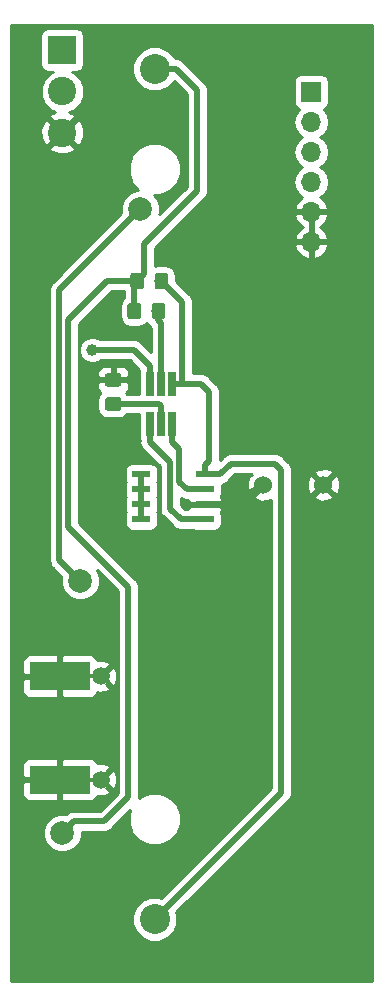
<source format=gbr>
G04 #@! TF.GenerationSoftware,KiCad,Pcbnew,(5.0.0)*
G04 #@! TF.CreationDate,2018-08-01T23:41:19+02:00*
G04 #@! TF.ProjectId,main,6D61696E2E6B696361645F7063620000,rev?*
G04 #@! TF.SameCoordinates,PX5a5a5f0PY7a15e80*
G04 #@! TF.FileFunction,Copper,L2,Bot,Signal*
G04 #@! TF.FilePolarity,Positive*
%FSLAX46Y46*%
G04 Gerber Fmt 4.6, Leading zero omitted, Abs format (unit mm)*
G04 Created by KiCad (PCBNEW (5.0.0)) date 08/01/18 23:41:19*
%MOMM*%
%LPD*%
G01*
G04 APERTURE LIST*
G04 #@! TA.AperFunction,ComponentPad*
%ADD10C,1.524000*%
G04 #@! TD*
G04 #@! TA.AperFunction,Conductor*
%ADD11C,0.100000*%
G04 #@! TD*
G04 #@! TA.AperFunction,SMDPad,CuDef*
%ADD12C,1.150000*%
G04 #@! TD*
G04 #@! TA.AperFunction,ComponentPad*
%ADD13R,1.700000X1.700000*%
G04 #@! TD*
G04 #@! TA.AperFunction,ComponentPad*
%ADD14O,1.700000X1.700000*%
G04 #@! TD*
G04 #@! TA.AperFunction,ComponentPad*
%ADD15C,2.540000*%
G04 #@! TD*
G04 #@! TA.AperFunction,SMDPad,CuDef*
%ADD16R,1.550000X0.600000*%
G04 #@! TD*
G04 #@! TA.AperFunction,SMDPad,CuDef*
%ADD17R,0.650000X2.000000*%
G04 #@! TD*
G04 #@! TA.AperFunction,ComponentPad*
%ADD18R,2.400000X2.400000*%
G04 #@! TD*
G04 #@! TA.AperFunction,ComponentPad*
%ADD19C,2.400000*%
G04 #@! TD*
G04 #@! TA.AperFunction,BGAPad,CuDef*
%ADD20C,1.000000*%
G04 #@! TD*
G04 #@! TA.AperFunction,SMDPad,CuDef*
%ADD21R,5.080000X2.420000*%
G04 #@! TD*
G04 #@! TA.AperFunction,ViaPad*
%ADD22C,1.500000*%
G04 #@! TD*
G04 #@! TA.AperFunction,Conductor*
%ADD23R,0.950000X0.460000*%
G04 #@! TD*
G04 #@! TA.AperFunction,ViaPad*
%ADD24C,2.000000*%
G04 #@! TD*
G04 #@! TA.AperFunction,Conductor*
%ADD25C,0.500000*%
G04 #@! TD*
G04 #@! TA.AperFunction,Conductor*
%ADD26C,0.254000*%
G04 #@! TD*
G04 APERTURE END LIST*
D10*
G04 #@! TO.P,JP2,1*
G04 #@! TO.N,GND*
X22098000Y42672000D03*
G04 #@! TO.P,JP2,2*
X27178000Y42672000D03*
G04 #@! TD*
D11*
G04 #@! TO.N,+BATT*
G04 #@! TO.C,C13*
G36*
X11770505Y60642796D02*
X11794773Y60639196D01*
X11818572Y60633235D01*
X11841671Y60624970D01*
X11863850Y60614480D01*
X11884893Y60601868D01*
X11904599Y60587253D01*
X11922777Y60570777D01*
X11939253Y60552599D01*
X11953868Y60532893D01*
X11966480Y60511850D01*
X11976970Y60489671D01*
X11985235Y60466572D01*
X11991196Y60442773D01*
X11994796Y60418505D01*
X11996000Y60394001D01*
X11996000Y59493999D01*
X11994796Y59469495D01*
X11991196Y59445227D01*
X11985235Y59421428D01*
X11976970Y59398329D01*
X11966480Y59376150D01*
X11953868Y59355107D01*
X11939253Y59335401D01*
X11922777Y59317223D01*
X11904599Y59300747D01*
X11884893Y59286132D01*
X11863850Y59273520D01*
X11841671Y59263030D01*
X11818572Y59254765D01*
X11794773Y59248804D01*
X11770505Y59245204D01*
X11746001Y59244000D01*
X11095999Y59244000D01*
X11071495Y59245204D01*
X11047227Y59248804D01*
X11023428Y59254765D01*
X11000329Y59263030D01*
X10978150Y59273520D01*
X10957107Y59286132D01*
X10937401Y59300747D01*
X10919223Y59317223D01*
X10902747Y59335401D01*
X10888132Y59355107D01*
X10875520Y59376150D01*
X10865030Y59398329D01*
X10856765Y59421428D01*
X10850804Y59445227D01*
X10847204Y59469495D01*
X10846000Y59493999D01*
X10846000Y60394001D01*
X10847204Y60418505D01*
X10850804Y60442773D01*
X10856765Y60466572D01*
X10865030Y60489671D01*
X10875520Y60511850D01*
X10888132Y60532893D01*
X10902747Y60552599D01*
X10919223Y60570777D01*
X10937401Y60587253D01*
X10957107Y60601868D01*
X10978150Y60614480D01*
X11000329Y60624970D01*
X11023428Y60633235D01*
X11047227Y60639196D01*
X11071495Y60642796D01*
X11095999Y60644000D01*
X11746001Y60644000D01*
X11770505Y60642796D01*
X11770505Y60642796D01*
G37*
D12*
G04 #@! TD*
G04 #@! TO.P,C13,1*
G04 #@! TO.N,+BATT*
X11421000Y59944000D03*
D11*
G04 #@! TO.N,Net-(B1-Pad2)*
G04 #@! TO.C,C13*
G36*
X13820505Y60642796D02*
X13844773Y60639196D01*
X13868572Y60633235D01*
X13891671Y60624970D01*
X13913850Y60614480D01*
X13934893Y60601868D01*
X13954599Y60587253D01*
X13972777Y60570777D01*
X13989253Y60552599D01*
X14003868Y60532893D01*
X14016480Y60511850D01*
X14026970Y60489671D01*
X14035235Y60466572D01*
X14041196Y60442773D01*
X14044796Y60418505D01*
X14046000Y60394001D01*
X14046000Y59493999D01*
X14044796Y59469495D01*
X14041196Y59445227D01*
X14035235Y59421428D01*
X14026970Y59398329D01*
X14016480Y59376150D01*
X14003868Y59355107D01*
X13989253Y59335401D01*
X13972777Y59317223D01*
X13954599Y59300747D01*
X13934893Y59286132D01*
X13913850Y59273520D01*
X13891671Y59263030D01*
X13868572Y59254765D01*
X13844773Y59248804D01*
X13820505Y59245204D01*
X13796001Y59244000D01*
X13145999Y59244000D01*
X13121495Y59245204D01*
X13097227Y59248804D01*
X13073428Y59254765D01*
X13050329Y59263030D01*
X13028150Y59273520D01*
X13007107Y59286132D01*
X12987401Y59300747D01*
X12969223Y59317223D01*
X12952747Y59335401D01*
X12938132Y59355107D01*
X12925520Y59376150D01*
X12915030Y59398329D01*
X12906765Y59421428D01*
X12900804Y59445227D01*
X12897204Y59469495D01*
X12896000Y59493999D01*
X12896000Y60394001D01*
X12897204Y60418505D01*
X12900804Y60442773D01*
X12906765Y60466572D01*
X12915030Y60489671D01*
X12925520Y60511850D01*
X12938132Y60532893D01*
X12952747Y60552599D01*
X12969223Y60570777D01*
X12987401Y60587253D01*
X13007107Y60601868D01*
X13028150Y60614480D01*
X13050329Y60624970D01*
X13073428Y60633235D01*
X13097227Y60639196D01*
X13121495Y60642796D01*
X13145999Y60644000D01*
X13796001Y60644000D01*
X13820505Y60642796D01*
X13820505Y60642796D01*
G37*
D12*
G04 #@! TD*
G04 #@! TO.P,C13,2*
G04 #@! TO.N,Net-(B1-Pad2)*
X13471000Y59944000D03*
D13*
G04 #@! TO.P,FTDI1,1*
G04 #@! TO.N,RST*
X26162000Y75946000D03*
D14*
G04 #@! TO.P,FTDI1,2*
G04 #@! TO.N,TX0*
X26162000Y73406000D03*
G04 #@! TO.P,FTDI1,3*
G04 #@! TO.N,RXI*
X26162000Y70866000D03*
G04 #@! TO.P,FTDI1,4*
G04 #@! TO.N,+BATT*
X26162000Y68326000D03*
G04 #@! TO.P,FTDI1,5*
G04 #@! TO.N,GND*
X26162000Y65786000D03*
G04 #@! TO.P,FTDI1,6*
X26162000Y63246000D03*
G04 #@! TD*
D15*
G04 #@! TO.P,B1,1*
G04 #@! TO.N,+BATT*
X12902001Y77902999D03*
G04 #@! TO.P,B1,2*
G04 #@! TO.N,Net-(B1-Pad2)*
X12902001Y5902999D03*
G04 #@! TD*
D16*
G04 #@! TO.P,Q1,1*
G04 #@! TO.N,Net-(B1-Pad2)*
X17178000Y43561000D03*
G04 #@! TO.P,Q1,2*
G04 #@! TO.N,Net-(Q1-Pad2)*
X17178000Y42291000D03*
G04 #@! TO.P,Q1,3*
G04 #@! TO.N,GND*
X17178000Y41021000D03*
G04 #@! TO.P,Q1,4*
G04 #@! TO.N,Net-(Q1-Pad4)*
X17178000Y39751000D03*
G04 #@! TO.P,Q1,5*
G04 #@! TO.N,Net-(Q1-Pad5)*
X11778000Y39751000D03*
G04 #@! TO.P,Q1,6*
X11778000Y41021000D03*
G04 #@! TO.P,Q1,7*
X11778000Y42291000D03*
G04 #@! TO.P,Q1,8*
X11778000Y43561000D03*
G04 #@! TD*
D17*
G04 #@! TO.P,U5,1*
G04 #@! TO.N,Net-(Q1-Pad2)*
X14412000Y47820000D03*
G04 #@! TO.P,U5,2*
G04 #@! TO.N,Net-(R8-Pad1)*
X13462000Y47820000D03*
G04 #@! TO.P,U5,3*
G04 #@! TO.N,Net-(Q1-Pad4)*
X12512000Y47820000D03*
G04 #@! TO.P,U5,4*
G04 #@! TO.N,Net-(TP1-Pad1)*
X12512000Y51240000D03*
G04 #@! TO.P,U5,5*
G04 #@! TO.N,Net-(R7-Pad1)*
X13462000Y51240000D03*
G04 #@! TO.P,U5,6*
G04 #@! TO.N,Net-(B1-Pad2)*
X14412000Y51240000D03*
G04 #@! TD*
D11*
G04 #@! TO.N,+BATT*
G04 #@! TO.C,R7*
G36*
X11525505Y58102796D02*
X11549773Y58099196D01*
X11573572Y58093235D01*
X11596671Y58084970D01*
X11618850Y58074480D01*
X11639893Y58061868D01*
X11659599Y58047253D01*
X11677777Y58030777D01*
X11694253Y58012599D01*
X11708868Y57992893D01*
X11721480Y57971850D01*
X11731970Y57949671D01*
X11740235Y57926572D01*
X11746196Y57902773D01*
X11749796Y57878505D01*
X11751000Y57854001D01*
X11751000Y56953999D01*
X11749796Y56929495D01*
X11746196Y56905227D01*
X11740235Y56881428D01*
X11731970Y56858329D01*
X11721480Y56836150D01*
X11708868Y56815107D01*
X11694253Y56795401D01*
X11677777Y56777223D01*
X11659599Y56760747D01*
X11639893Y56746132D01*
X11618850Y56733520D01*
X11596671Y56723030D01*
X11573572Y56714765D01*
X11549773Y56708804D01*
X11525505Y56705204D01*
X11501001Y56704000D01*
X10850999Y56704000D01*
X10826495Y56705204D01*
X10802227Y56708804D01*
X10778428Y56714765D01*
X10755329Y56723030D01*
X10733150Y56733520D01*
X10712107Y56746132D01*
X10692401Y56760747D01*
X10674223Y56777223D01*
X10657747Y56795401D01*
X10643132Y56815107D01*
X10630520Y56836150D01*
X10620030Y56858329D01*
X10611765Y56881428D01*
X10605804Y56905227D01*
X10602204Y56929495D01*
X10601000Y56953999D01*
X10601000Y57854001D01*
X10602204Y57878505D01*
X10605804Y57902773D01*
X10611765Y57926572D01*
X10620030Y57949671D01*
X10630520Y57971850D01*
X10643132Y57992893D01*
X10657747Y58012599D01*
X10674223Y58030777D01*
X10692401Y58047253D01*
X10712107Y58061868D01*
X10733150Y58074480D01*
X10755329Y58084970D01*
X10778428Y58093235D01*
X10802227Y58099196D01*
X10826495Y58102796D01*
X10850999Y58104000D01*
X11501001Y58104000D01*
X11525505Y58102796D01*
X11525505Y58102796D01*
G37*
D12*
G04 #@! TD*
G04 #@! TO.P,R7,2*
G04 #@! TO.N,+BATT*
X11176000Y57404000D03*
D11*
G04 #@! TO.N,Net-(R7-Pad1)*
G04 #@! TO.C,R7*
G36*
X13575505Y58102796D02*
X13599773Y58099196D01*
X13623572Y58093235D01*
X13646671Y58084970D01*
X13668850Y58074480D01*
X13689893Y58061868D01*
X13709599Y58047253D01*
X13727777Y58030777D01*
X13744253Y58012599D01*
X13758868Y57992893D01*
X13771480Y57971850D01*
X13781970Y57949671D01*
X13790235Y57926572D01*
X13796196Y57902773D01*
X13799796Y57878505D01*
X13801000Y57854001D01*
X13801000Y56953999D01*
X13799796Y56929495D01*
X13796196Y56905227D01*
X13790235Y56881428D01*
X13781970Y56858329D01*
X13771480Y56836150D01*
X13758868Y56815107D01*
X13744253Y56795401D01*
X13727777Y56777223D01*
X13709599Y56760747D01*
X13689893Y56746132D01*
X13668850Y56733520D01*
X13646671Y56723030D01*
X13623572Y56714765D01*
X13599773Y56708804D01*
X13575505Y56705204D01*
X13551001Y56704000D01*
X12900999Y56704000D01*
X12876495Y56705204D01*
X12852227Y56708804D01*
X12828428Y56714765D01*
X12805329Y56723030D01*
X12783150Y56733520D01*
X12762107Y56746132D01*
X12742401Y56760747D01*
X12724223Y56777223D01*
X12707747Y56795401D01*
X12693132Y56815107D01*
X12680520Y56836150D01*
X12670030Y56858329D01*
X12661765Y56881428D01*
X12655804Y56905227D01*
X12652204Y56929495D01*
X12651000Y56953999D01*
X12651000Y57854001D01*
X12652204Y57878505D01*
X12655804Y57902773D01*
X12661765Y57926572D01*
X12670030Y57949671D01*
X12680520Y57971850D01*
X12693132Y57992893D01*
X12707747Y58012599D01*
X12724223Y58030777D01*
X12742401Y58047253D01*
X12762107Y58061868D01*
X12783150Y58074480D01*
X12805329Y58084970D01*
X12828428Y58093235D01*
X12852227Y58099196D01*
X12876495Y58102796D01*
X12900999Y58104000D01*
X13551001Y58104000D01*
X13575505Y58102796D01*
X13575505Y58102796D01*
G37*
D12*
G04 #@! TD*
G04 #@! TO.P,R7,1*
G04 #@! TO.N,Net-(R7-Pad1)*
X13226000Y57404000D03*
D11*
G04 #@! TO.N,Net-(R8-Pad1)*
G04 #@! TO.C,R8*
G36*
X9872505Y50094796D02*
X9896773Y50091196D01*
X9920572Y50085235D01*
X9943671Y50076970D01*
X9965850Y50066480D01*
X9986893Y50053868D01*
X10006599Y50039253D01*
X10024777Y50022777D01*
X10041253Y50004599D01*
X10055868Y49984893D01*
X10068480Y49963850D01*
X10078970Y49941671D01*
X10087235Y49918572D01*
X10093196Y49894773D01*
X10096796Y49870505D01*
X10098000Y49846001D01*
X10098000Y49195999D01*
X10096796Y49171495D01*
X10093196Y49147227D01*
X10087235Y49123428D01*
X10078970Y49100329D01*
X10068480Y49078150D01*
X10055868Y49057107D01*
X10041253Y49037401D01*
X10024777Y49019223D01*
X10006599Y49002747D01*
X9986893Y48988132D01*
X9965850Y48975520D01*
X9943671Y48965030D01*
X9920572Y48956765D01*
X9896773Y48950804D01*
X9872505Y48947204D01*
X9848001Y48946000D01*
X8947999Y48946000D01*
X8923495Y48947204D01*
X8899227Y48950804D01*
X8875428Y48956765D01*
X8852329Y48965030D01*
X8830150Y48975520D01*
X8809107Y48988132D01*
X8789401Y49002747D01*
X8771223Y49019223D01*
X8754747Y49037401D01*
X8740132Y49057107D01*
X8727520Y49078150D01*
X8717030Y49100329D01*
X8708765Y49123428D01*
X8702804Y49147227D01*
X8699204Y49171495D01*
X8698000Y49195999D01*
X8698000Y49846001D01*
X8699204Y49870505D01*
X8702804Y49894773D01*
X8708765Y49918572D01*
X8717030Y49941671D01*
X8727520Y49963850D01*
X8740132Y49984893D01*
X8754747Y50004599D01*
X8771223Y50022777D01*
X8789401Y50039253D01*
X8809107Y50053868D01*
X8830150Y50066480D01*
X8852329Y50076970D01*
X8875428Y50085235D01*
X8899227Y50091196D01*
X8923495Y50094796D01*
X8947999Y50096000D01*
X9848001Y50096000D01*
X9872505Y50094796D01*
X9872505Y50094796D01*
G37*
D12*
G04 #@! TD*
G04 #@! TO.P,R8,1*
G04 #@! TO.N,Net-(R8-Pad1)*
X9398000Y49521000D03*
D11*
G04 #@! TO.N,GND*
G04 #@! TO.C,R8*
G36*
X9872505Y52144796D02*
X9896773Y52141196D01*
X9920572Y52135235D01*
X9943671Y52126970D01*
X9965850Y52116480D01*
X9986893Y52103868D01*
X10006599Y52089253D01*
X10024777Y52072777D01*
X10041253Y52054599D01*
X10055868Y52034893D01*
X10068480Y52013850D01*
X10078970Y51991671D01*
X10087235Y51968572D01*
X10093196Y51944773D01*
X10096796Y51920505D01*
X10098000Y51896001D01*
X10098000Y51245999D01*
X10096796Y51221495D01*
X10093196Y51197227D01*
X10087235Y51173428D01*
X10078970Y51150329D01*
X10068480Y51128150D01*
X10055868Y51107107D01*
X10041253Y51087401D01*
X10024777Y51069223D01*
X10006599Y51052747D01*
X9986893Y51038132D01*
X9965850Y51025520D01*
X9943671Y51015030D01*
X9920572Y51006765D01*
X9896773Y51000804D01*
X9872505Y50997204D01*
X9848001Y50996000D01*
X8947999Y50996000D01*
X8923495Y50997204D01*
X8899227Y51000804D01*
X8875428Y51006765D01*
X8852329Y51015030D01*
X8830150Y51025520D01*
X8809107Y51038132D01*
X8789401Y51052747D01*
X8771223Y51069223D01*
X8754747Y51087401D01*
X8740132Y51107107D01*
X8727520Y51128150D01*
X8717030Y51150329D01*
X8708765Y51173428D01*
X8702804Y51197227D01*
X8699204Y51221495D01*
X8698000Y51245999D01*
X8698000Y51896001D01*
X8699204Y51920505D01*
X8702804Y51944773D01*
X8708765Y51968572D01*
X8717030Y51991671D01*
X8727520Y52013850D01*
X8740132Y52034893D01*
X8754747Y52054599D01*
X8771223Y52072777D01*
X8789401Y52089253D01*
X8809107Y52103868D01*
X8830150Y52116480D01*
X8852329Y52126970D01*
X8875428Y52135235D01*
X8899227Y52141196D01*
X8923495Y52144796D01*
X8947999Y52146000D01*
X9848001Y52146000D01*
X9872505Y52144796D01*
X9872505Y52144796D01*
G37*
D12*
G04 #@! TD*
G04 #@! TO.P,R8,2*
G04 #@! TO.N,GND*
X9398000Y51571000D03*
D18*
G04 #@! TO.P,J1,1*
G04 #@! TO.N,+BATT*
X5080000Y79502000D03*
D19*
G04 #@! TO.P,J1,2*
G04 #@! TO.N,Net-(J1-Pad2)*
X5080000Y76002000D03*
G04 #@! TO.P,J1,3*
G04 #@! TO.N,GND*
X5080000Y72502000D03*
G04 #@! TD*
D20*
G04 #@! TO.P,TP1,1*
G04 #@! TO.N,Net-(TP1-Pad1)*
X7620000Y54102000D03*
G04 #@! TD*
D21*
G04 #@! TO.P,J2,2*
G04 #@! TO.N,GND*
X4884000Y26478000D03*
X4884000Y17718000D03*
D22*
G04 #@! TD*
G04 #@! TO.N,GND*
G04 #@! TO.C,J2*
X8324000Y26478000D03*
G04 #@! TO.N,GND*
G04 #@! TO.C,J2*
X8324000Y17718000D03*
D23*
X7874000Y26478000D03*
X7874000Y17718000D03*
G04 #@! TD*
D24*
G04 #@! TO.N,+BATT*
X5080000Y13208000D03*
G04 #@! TO.N,GND*
X5842000Y69342000D03*
G04 #@! TO.N,LoRa_INT*
X11684000Y66040000D03*
X6604000Y34544000D03*
G04 #@! TD*
D25*
G04 #@! TO.N,+BATT*
X11176000Y60189000D02*
X11167000Y60198000D01*
X11176000Y57404000D02*
X11176000Y60189000D01*
G04 #@! TO.N,Net-(B1-Pad2)*
X17178000Y44361000D02*
X17526000Y44709000D01*
X17178000Y43561000D02*
X17178000Y44361000D01*
X17526000Y50546000D02*
X16832000Y51240000D01*
X16832000Y51240000D02*
X15240000Y51240000D01*
X15240000Y51240000D02*
X14412000Y51240000D01*
G04 #@! TO.N,+BATT*
X12044372Y63107372D02*
X16501000Y67564000D01*
X12044372Y60567372D02*
X12044372Y63107372D01*
X11421000Y59944000D02*
X12044372Y60567372D01*
X16501000Y76100051D02*
X16501000Y67564000D01*
X14698052Y77902999D02*
X16501000Y76100051D01*
X12902001Y77902999D02*
X14698052Y77902999D01*
X5588000Y39116000D02*
X5588000Y56642000D01*
X8890000Y59944000D02*
X11421000Y59944000D01*
X5588000Y56642000D02*
X8890000Y59944000D01*
X5080000Y13208000D02*
X6079999Y14207999D01*
X6079999Y14207999D02*
X8619999Y14207999D01*
X8619999Y14207999D02*
X10668000Y16256000D01*
X10668000Y16256000D02*
X10668000Y34036000D01*
X10668000Y34036000D02*
X5588000Y39116000D01*
G04 #@! TO.N,Net-(B1-Pad2)*
X17526000Y44709000D02*
X17526000Y45212000D01*
X17526000Y45212000D02*
X17526000Y50546000D01*
X15240000Y58175000D02*
X15240000Y51240000D01*
X13471000Y59944000D02*
X15240000Y58175000D01*
X17653000Y43561000D02*
X17178000Y43561000D01*
X18453000Y43561000D02*
X19342000Y44450000D01*
X17178000Y43561000D02*
X18453000Y43561000D01*
X19342000Y44450000D02*
X23114000Y44450000D01*
X23114000Y44450000D02*
X23622000Y43942000D01*
X23622000Y16622998D02*
X21985002Y14986000D01*
X23622000Y43942000D02*
X23622000Y16622998D01*
X12902001Y5902999D02*
X21985002Y14986000D01*
X21985002Y14986000D02*
X22324002Y15325000D01*
G04 #@! TO.N,GND*
X17178000Y41021000D02*
X18453000Y41021000D01*
X18453000Y41021000D02*
X18542000Y40932000D01*
X19457514Y41021000D02*
X18453000Y41021000D01*
X19631926Y41195412D02*
X19457514Y41021000D01*
X22098000Y42672000D02*
X19631926Y41195412D01*
G04 #@! TO.N,Net-(R7-Pad1)*
X13462000Y52740000D02*
X13462000Y51240000D01*
X13462000Y56368000D02*
X13462000Y52740000D01*
X13226000Y56604000D02*
X13462000Y56368000D01*
X13226000Y57404000D02*
X13226000Y56604000D01*
G04 #@! TO.N,Net-(R8-Pad1)*
X10198000Y49521000D02*
X9398000Y49521000D01*
X13261000Y49521000D02*
X10198000Y49521000D01*
X13462000Y49320000D02*
X13261000Y49521000D01*
X13462000Y47820000D02*
X13462000Y49320000D01*
G04 #@! TO.N,LoRa_INT*
X4837989Y36310011D02*
X5604001Y35543999D01*
X5604001Y35543999D02*
X6604000Y34544000D01*
X4837989Y59193989D02*
X4837989Y36310011D01*
X11684000Y66040000D02*
X4837989Y59193989D01*
G04 #@! TO.N,Net-(TP1-Pad1)*
X12512000Y52740000D02*
X11150000Y54102000D01*
X12512000Y51240000D02*
X12512000Y52740000D01*
X11150000Y54102000D02*
X9652000Y54102000D01*
X9652000Y54102000D02*
X7620000Y54102000D01*
G04 #@! TO.N,Net-(Q1-Pad2)*
X14412000Y46320000D02*
X14986000Y45746000D01*
X14412000Y47820000D02*
X14412000Y46320000D01*
X14986000Y45746000D02*
X14986000Y42926000D01*
X15621000Y42291000D02*
X17178000Y42291000D01*
X14986000Y42926000D02*
X15621000Y42291000D01*
G04 #@! TO.N,Net-(Q1-Pad4)*
X12512000Y46320000D02*
X14224000Y44608000D01*
X12512000Y47820000D02*
X12512000Y46320000D01*
X14224000Y44608000D02*
X14224000Y40640000D01*
X15113000Y39751000D02*
X17178000Y39751000D01*
X14224000Y40640000D02*
X15113000Y39751000D01*
G04 #@! TO.N,Net-(Q1-Pad5)*
X11778000Y39751000D02*
X11778000Y41021000D01*
X11778000Y42291000D02*
X11778000Y41021000D01*
X11778000Y42291000D02*
X11778000Y43561000D01*
G04 #@! TD*
D26*
G04 #@! TO.N,GND*
G36*
X31294001Y710000D02*
X710000Y710000D01*
X710000Y13533222D01*
X3445000Y13533222D01*
X3445000Y12882778D01*
X3693914Y12281847D01*
X4153847Y11821914D01*
X4754778Y11573000D01*
X5405222Y11573000D01*
X6006153Y11821914D01*
X6466086Y12281847D01*
X6715000Y12882778D01*
X6715000Y13322999D01*
X8532838Y13322999D01*
X8619999Y13305662D01*
X8707160Y13322999D01*
X8707164Y13322999D01*
X8965309Y13374347D01*
X9258048Y13569950D01*
X9307424Y13643846D01*
X10823401Y15159822D01*
X10692001Y14842595D01*
X10692001Y13963403D01*
X11028454Y13151135D01*
X11650137Y12529452D01*
X12462405Y12192999D01*
X13341597Y12192999D01*
X14153865Y12529452D01*
X14775548Y13151135D01*
X15112001Y13963403D01*
X15112001Y14842595D01*
X14775548Y15654863D01*
X14153865Y16276546D01*
X13341597Y16612999D01*
X12462405Y16612999D01*
X11650137Y16276546D01*
X11555624Y16182033D01*
X11570337Y16256000D01*
X11553000Y16343161D01*
X11553000Y33948839D01*
X11570337Y34036000D01*
X11553000Y34123161D01*
X11553000Y34123165D01*
X11501652Y34381310D01*
X11306049Y34674049D01*
X11232156Y34723423D01*
X6473000Y39482578D01*
X6473000Y43861000D01*
X10355560Y43861000D01*
X10355560Y43261000D01*
X10404843Y43013235D01*
X10463132Y42926000D01*
X10404843Y42838765D01*
X10355560Y42591000D01*
X10355560Y41991000D01*
X10404843Y41743235D01*
X10463132Y41656000D01*
X10404843Y41568765D01*
X10355560Y41321000D01*
X10355560Y40721000D01*
X10404843Y40473235D01*
X10463132Y40386000D01*
X10404843Y40298765D01*
X10355560Y40051000D01*
X10355560Y39451000D01*
X10404843Y39203235D01*
X10545191Y38993191D01*
X10755235Y38852843D01*
X11003000Y38803560D01*
X12553000Y38803560D01*
X12800765Y38852843D01*
X13010809Y38993191D01*
X13151157Y39203235D01*
X13200440Y39451000D01*
X13200440Y40051000D01*
X13151157Y40298765D01*
X13092868Y40386000D01*
X13151157Y40473235D01*
X13200440Y40721000D01*
X13200440Y41321000D01*
X13151157Y41568765D01*
X13092868Y41656000D01*
X13151157Y41743235D01*
X13200440Y41991000D01*
X13200440Y42591000D01*
X13151157Y42838765D01*
X13092868Y42926000D01*
X13151157Y43013235D01*
X13200440Y43261000D01*
X13200440Y43861000D01*
X13151157Y44108765D01*
X13010809Y44318809D01*
X12800765Y44459157D01*
X12553000Y44508440D01*
X11003000Y44508440D01*
X10755235Y44459157D01*
X10545191Y44318809D01*
X10404843Y44108765D01*
X10355560Y43861000D01*
X6473000Y43861000D01*
X6473000Y52272309D01*
X8063000Y52272309D01*
X8063000Y51856750D01*
X8221750Y51698000D01*
X9271000Y51698000D01*
X9271000Y52622250D01*
X9525000Y52622250D01*
X9525000Y51698000D01*
X10574250Y51698000D01*
X10733000Y51856750D01*
X10733000Y52272309D01*
X10636327Y52505698D01*
X10457699Y52684327D01*
X10224310Y52781000D01*
X9683750Y52781000D01*
X9525000Y52622250D01*
X9271000Y52622250D01*
X9112250Y52781000D01*
X8571690Y52781000D01*
X8338301Y52684327D01*
X8159673Y52505698D01*
X8063000Y52272309D01*
X6473000Y52272309D01*
X6473000Y56275422D01*
X9256579Y59059000D01*
X10291001Y59059000D01*
X10291000Y58538423D01*
X10216414Y58488586D01*
X10021873Y58197436D01*
X9953560Y57854001D01*
X9953560Y56953999D01*
X10021873Y56610564D01*
X10216414Y56319414D01*
X10507564Y56124873D01*
X10850999Y56056560D01*
X11501001Y56056560D01*
X11844436Y56124873D01*
X12135586Y56319414D01*
X12201000Y56417313D01*
X12266414Y56319414D01*
X12420623Y56216374D01*
X12538576Y56039846D01*
X12538578Y56039844D01*
X12577000Y55982342D01*
X12577001Y53926578D01*
X11837425Y54666153D01*
X11788049Y54740049D01*
X11495310Y54935652D01*
X11237165Y54987000D01*
X11237161Y54987000D01*
X11150000Y55004337D01*
X11062839Y54987000D01*
X8340133Y54987000D01*
X8262926Y55064207D01*
X7845766Y55237000D01*
X7394234Y55237000D01*
X6977074Y55064207D01*
X6657793Y54744926D01*
X6485000Y54327766D01*
X6485000Y53876234D01*
X6657793Y53459074D01*
X6977074Y53139793D01*
X7394234Y52967000D01*
X7845766Y52967000D01*
X8262926Y53139793D01*
X8340133Y53217000D01*
X10783422Y53217000D01*
X11576203Y52424218D01*
X11539560Y52240000D01*
X11539560Y50406000D01*
X10532423Y50406000D01*
X10482586Y50480586D01*
X10481403Y50481377D01*
X10636327Y50636302D01*
X10733000Y50869691D01*
X10733000Y51285250D01*
X10574250Y51444000D01*
X9525000Y51444000D01*
X9525000Y51424000D01*
X9271000Y51424000D01*
X9271000Y51444000D01*
X8221750Y51444000D01*
X8063000Y51285250D01*
X8063000Y50869691D01*
X8159673Y50636302D01*
X8314597Y50481377D01*
X8313414Y50480586D01*
X8118873Y50189436D01*
X8050560Y49846001D01*
X8050560Y49195999D01*
X8118873Y48852564D01*
X8313414Y48561414D01*
X8604564Y48366873D01*
X8947999Y48298560D01*
X9848001Y48298560D01*
X10191436Y48366873D01*
X10482586Y48561414D01*
X10532423Y48636000D01*
X11539560Y48636000D01*
X11539560Y46820000D01*
X11588843Y46572235D01*
X11627001Y46515128D01*
X11627001Y46407165D01*
X11609663Y46320000D01*
X11678348Y45974691D01*
X11824576Y45755846D01*
X11824578Y45755844D01*
X11873952Y45681951D01*
X11947845Y45632577D01*
X13339000Y44241421D01*
X13339001Y40727165D01*
X13321663Y40640000D01*
X13390348Y40294691D01*
X13536576Y40075846D01*
X13536578Y40075844D01*
X13585952Y40001951D01*
X13659845Y39952577D01*
X14425577Y39186844D01*
X14474951Y39112951D01*
X14548844Y39063577D01*
X14548845Y39063576D01*
X14767690Y38917348D01*
X15025835Y38866000D01*
X15025839Y38866000D01*
X15113000Y38848663D01*
X15200161Y38866000D01*
X16135544Y38866000D01*
X16155235Y38852843D01*
X16403000Y38803560D01*
X17953000Y38803560D01*
X18200765Y38852843D01*
X18410809Y38993191D01*
X18551157Y39203235D01*
X18600440Y39451000D01*
X18600440Y40051000D01*
X18551157Y40298765D01*
X18498232Y40377972D01*
X18588000Y40594690D01*
X18588000Y40735250D01*
X18429250Y40894000D01*
X17305000Y40894000D01*
X17305000Y40874000D01*
X17051000Y40874000D01*
X17051000Y40894000D01*
X15926750Y40894000D01*
X15768000Y40735250D01*
X15768000Y40636000D01*
X15479579Y40636000D01*
X15109000Y41006578D01*
X15109000Y41568727D01*
X15251289Y41473652D01*
X15275690Y41457348D01*
X15533835Y41406000D01*
X15533839Y41406000D01*
X15621000Y41388663D01*
X15708161Y41406000D01*
X15768000Y41406000D01*
X15768000Y41306750D01*
X15926750Y41148000D01*
X17051000Y41148000D01*
X17051000Y41168000D01*
X17305000Y41168000D01*
X17305000Y41148000D01*
X18429250Y41148000D01*
X18588000Y41306750D01*
X18588000Y41447310D01*
X18498232Y41664028D01*
X18551157Y41743235D01*
X18600440Y41991000D01*
X18600440Y42591000D01*
X18581882Y42684298D01*
X18798310Y42727348D01*
X19091049Y42922951D01*
X19140425Y42996847D01*
X19708579Y43565000D01*
X21025392Y43565000D01*
X21117785Y43472607D01*
X20875603Y43403143D01*
X20688856Y42879698D01*
X20716638Y42324632D01*
X20875603Y41940857D01*
X21117787Y41871392D01*
X21918395Y42672000D01*
X21904253Y42686142D01*
X22083858Y42865747D01*
X22098000Y42851605D01*
X22112143Y42865747D01*
X22291748Y42686142D01*
X22277605Y42672000D01*
X22291748Y42657857D01*
X22112143Y42478252D01*
X22098000Y42492395D01*
X21297392Y41691787D01*
X21366857Y41449603D01*
X21890302Y41262856D01*
X22445368Y41290638D01*
X22737000Y41411436D01*
X22737001Y16989578D01*
X21420850Y15673426D01*
X21420847Y15673424D01*
X13475025Y7727602D01*
X13280929Y7807999D01*
X12523073Y7807999D01*
X11822905Y7517980D01*
X11287020Y6982095D01*
X10997001Y6281927D01*
X10997001Y5524071D01*
X11287020Y4823903D01*
X11822905Y4288018D01*
X12523073Y3997999D01*
X13280929Y3997999D01*
X13981097Y4288018D01*
X14516982Y4823903D01*
X14807001Y5524071D01*
X14807001Y6281927D01*
X14726604Y6476023D01*
X22672426Y14421845D01*
X22672428Y14421848D01*
X23011426Y14760846D01*
X24186156Y15935575D01*
X24260049Y15984949D01*
X24382919Y16168835D01*
X24455652Y16277688D01*
X24500974Y16505540D01*
X24507000Y16535833D01*
X24507000Y16535837D01*
X24524337Y16622998D01*
X24507000Y16710159D01*
X24507000Y41691787D01*
X26377392Y41691787D01*
X26446857Y41449603D01*
X26970302Y41262856D01*
X27525368Y41290638D01*
X27909143Y41449603D01*
X27978608Y41691787D01*
X27178000Y42492395D01*
X26377392Y41691787D01*
X24507000Y41691787D01*
X24507000Y42879698D01*
X25768856Y42879698D01*
X25796638Y42324632D01*
X25955603Y41940857D01*
X26197787Y41871392D01*
X26998395Y42672000D01*
X27357605Y42672000D01*
X28158213Y41871392D01*
X28400397Y41940857D01*
X28587144Y42464302D01*
X28559362Y43019368D01*
X28400397Y43403143D01*
X28158213Y43472608D01*
X27357605Y42672000D01*
X26998395Y42672000D01*
X26197787Y43472608D01*
X25955603Y43403143D01*
X25768856Y42879698D01*
X24507000Y42879698D01*
X24507000Y43652213D01*
X26377392Y43652213D01*
X27178000Y42851605D01*
X27978608Y43652213D01*
X27909143Y43894397D01*
X27385698Y44081144D01*
X26830632Y44053362D01*
X26446857Y43894397D01*
X26377392Y43652213D01*
X24507000Y43652213D01*
X24507000Y43854841D01*
X24524337Y43942001D01*
X24507000Y44029161D01*
X24507000Y44029165D01*
X24455652Y44287310D01*
X24260049Y44580049D01*
X24186154Y44629424D01*
X23801425Y45014153D01*
X23752049Y45088049D01*
X23459310Y45283652D01*
X23201165Y45335000D01*
X23201161Y45335000D01*
X23114000Y45352337D01*
X23026839Y45335000D01*
X19429161Y45335000D01*
X19342000Y45352337D01*
X19254839Y45335000D01*
X19254835Y45335000D01*
X18996690Y45283652D01*
X18777845Y45137424D01*
X18777844Y45137423D01*
X18703951Y45088049D01*
X18654577Y45014156D01*
X18415244Y44774823D01*
X18411000Y44796159D01*
X18411000Y50458841D01*
X18428337Y50546001D01*
X18411000Y50633161D01*
X18411000Y50633165D01*
X18359652Y50891310D01*
X18164049Y51184049D01*
X18090156Y51233423D01*
X17519425Y51804153D01*
X17470049Y51878049D01*
X17177310Y52073652D01*
X16919165Y52125000D01*
X16919161Y52125000D01*
X16832000Y52142337D01*
X16744839Y52125000D01*
X16125000Y52125000D01*
X16125000Y58087839D01*
X16142337Y58175000D01*
X16125000Y58262161D01*
X16125000Y58262165D01*
X16073652Y58520310D01*
X15878049Y58813049D01*
X15804156Y58862423D01*
X14693440Y59973138D01*
X14693440Y60394001D01*
X14625127Y60737436D01*
X14430586Y61028586D01*
X14139436Y61223127D01*
X13796001Y61291440D01*
X13145999Y61291440D01*
X12929372Y61248351D01*
X12929372Y62740794D01*
X13077688Y62889110D01*
X24720524Y62889110D01*
X24890355Y62479076D01*
X25280642Y62050817D01*
X25805108Y61804514D01*
X26035000Y61925181D01*
X26035000Y63119000D01*
X26289000Y63119000D01*
X26289000Y61925181D01*
X26518892Y61804514D01*
X27043358Y62050817D01*
X27433645Y62479076D01*
X27603476Y62889110D01*
X27482155Y63119000D01*
X26289000Y63119000D01*
X26035000Y63119000D01*
X24841845Y63119000D01*
X24720524Y62889110D01*
X13077688Y62889110D01*
X15617688Y65429110D01*
X24720524Y65429110D01*
X24890355Y65019076D01*
X25280642Y64590817D01*
X25439954Y64516000D01*
X25280642Y64441183D01*
X24890355Y64012924D01*
X24720524Y63602890D01*
X24841845Y63373000D01*
X26035000Y63373000D01*
X26035000Y65659000D01*
X26289000Y65659000D01*
X26289000Y63373000D01*
X27482155Y63373000D01*
X27603476Y63602890D01*
X27433645Y64012924D01*
X27043358Y64441183D01*
X26884046Y64516000D01*
X27043358Y64590817D01*
X27433645Y65019076D01*
X27603476Y65429110D01*
X27482155Y65659000D01*
X26289000Y65659000D01*
X26035000Y65659000D01*
X24841845Y65659000D01*
X24720524Y65429110D01*
X15617688Y65429110D01*
X17065156Y66876577D01*
X17139049Y66925951D01*
X17334652Y67218690D01*
X17386000Y67476835D01*
X17386000Y67476839D01*
X17403337Y67564000D01*
X17386000Y67651161D01*
X17386000Y73406000D01*
X24647908Y73406000D01*
X24763161Y72826582D01*
X25091375Y72335375D01*
X25389761Y72136000D01*
X25091375Y71936625D01*
X24763161Y71445418D01*
X24647908Y70866000D01*
X24763161Y70286582D01*
X25091375Y69795375D01*
X25389761Y69596000D01*
X25091375Y69396625D01*
X24763161Y68905418D01*
X24647908Y68326000D01*
X24763161Y67746582D01*
X25091375Y67255375D01*
X25410478Y67042157D01*
X25280642Y66981183D01*
X24890355Y66552924D01*
X24720524Y66142890D01*
X24841845Y65913000D01*
X26035000Y65913000D01*
X26035000Y65933000D01*
X26289000Y65933000D01*
X26289000Y65913000D01*
X27482155Y65913000D01*
X27603476Y66142890D01*
X27433645Y66552924D01*
X27043358Y66981183D01*
X26913522Y67042157D01*
X27232625Y67255375D01*
X27560839Y67746582D01*
X27676092Y68326000D01*
X27560839Y68905418D01*
X27232625Y69396625D01*
X26934239Y69596000D01*
X27232625Y69795375D01*
X27560839Y70286582D01*
X27676092Y70866000D01*
X27560839Y71445418D01*
X27232625Y71936625D01*
X26934239Y72136000D01*
X27232625Y72335375D01*
X27560839Y72826582D01*
X27676092Y73406000D01*
X27560839Y73985418D01*
X27232625Y74476625D01*
X27214381Y74488816D01*
X27259765Y74497843D01*
X27469809Y74638191D01*
X27610157Y74848235D01*
X27659440Y75096000D01*
X27659440Y76796000D01*
X27610157Y77043765D01*
X27469809Y77253809D01*
X27259765Y77394157D01*
X27012000Y77443440D01*
X25312000Y77443440D01*
X25064235Y77394157D01*
X24854191Y77253809D01*
X24713843Y77043765D01*
X24664560Y76796000D01*
X24664560Y75096000D01*
X24713843Y74848235D01*
X24854191Y74638191D01*
X25064235Y74497843D01*
X25109619Y74488816D01*
X25091375Y74476625D01*
X24763161Y73985418D01*
X24647908Y73406000D01*
X17386000Y73406000D01*
X17386000Y76012890D01*
X17403337Y76100051D01*
X17386000Y76187212D01*
X17386000Y76187216D01*
X17334652Y76445361D01*
X17139049Y76738100D01*
X17065156Y76787474D01*
X15385477Y78467152D01*
X15336101Y78541048D01*
X15043362Y78736651D01*
X14785217Y78787999D01*
X14785213Y78787999D01*
X14698052Y78805336D01*
X14610891Y78787999D01*
X14597379Y78787999D01*
X14516982Y78982095D01*
X13981097Y79517980D01*
X13280929Y79807999D01*
X12523073Y79807999D01*
X11822905Y79517980D01*
X11287020Y78982095D01*
X10997001Y78281927D01*
X10997001Y77524071D01*
X11287020Y76823903D01*
X11822905Y76288018D01*
X12523073Y75997999D01*
X13280929Y75997999D01*
X13981097Y76288018D01*
X14516982Y76823903D01*
X14519497Y76829975D01*
X15616000Y75733472D01*
X15616001Y67930580D01*
X13261583Y65576162D01*
X13319000Y65714778D01*
X13319000Y66365222D01*
X13070086Y66966153D01*
X12843240Y67192999D01*
X13341597Y67192999D01*
X14153865Y67529452D01*
X14775548Y68151135D01*
X15112001Y68963403D01*
X15112001Y69842595D01*
X14775548Y70654863D01*
X14153865Y71276546D01*
X13341597Y71612999D01*
X12462405Y71612999D01*
X11650137Y71276546D01*
X11028454Y70654863D01*
X10692001Y69842595D01*
X10692001Y68963403D01*
X11028454Y68151135D01*
X11504589Y67675000D01*
X11358778Y67675000D01*
X10757847Y67426086D01*
X10297914Y66966153D01*
X10049000Y66365222D01*
X10049000Y65714778D01*
X10066046Y65673625D01*
X4273836Y59881414D01*
X4199940Y59832038D01*
X4004337Y59539298D01*
X3952989Y59281153D01*
X3952989Y59281150D01*
X3935652Y59193989D01*
X3952989Y59106828D01*
X3952990Y36397177D01*
X3935652Y36310011D01*
X4004337Y35964702D01*
X4150565Y35745857D01*
X4150567Y35745855D01*
X4199941Y35671962D01*
X4273834Y35622588D01*
X4986046Y34910375D01*
X4969000Y34869222D01*
X4969000Y34218778D01*
X5217914Y33617847D01*
X5677847Y33157914D01*
X6278778Y32909000D01*
X6929222Y32909000D01*
X7530153Y33157914D01*
X7990086Y33617847D01*
X8239000Y34218778D01*
X8239000Y34869222D01*
X7995614Y35456808D01*
X9783001Y33669420D01*
X9783000Y16622579D01*
X8253421Y15092999D01*
X6167158Y15092999D01*
X6079998Y15110336D01*
X5992838Y15092999D01*
X5992834Y15092999D01*
X5734689Y15041651D01*
X5734687Y15041650D01*
X5734688Y15041650D01*
X5515844Y14895423D01*
X5515843Y14895422D01*
X5441950Y14846048D01*
X5432393Y14831745D01*
X5405222Y14843000D01*
X4754778Y14843000D01*
X4153847Y14594086D01*
X3693914Y14134153D01*
X3445000Y13533222D01*
X710000Y13533222D01*
X710000Y17432250D01*
X1709000Y17432250D01*
X1709000Y16381690D01*
X1805673Y16148301D01*
X1984302Y15969673D01*
X2217691Y15873000D01*
X4598250Y15873000D01*
X4757000Y16031750D01*
X4757000Y17591000D01*
X1867750Y17591000D01*
X1709000Y17432250D01*
X710000Y17432250D01*
X710000Y19054310D01*
X1709000Y19054310D01*
X1709000Y18003750D01*
X1867750Y17845000D01*
X4757000Y17845000D01*
X4757000Y19404250D01*
X5011000Y19404250D01*
X5011000Y17845000D01*
X5031000Y17845000D01*
X5031000Y17591000D01*
X5011000Y17591000D01*
X5011000Y16031750D01*
X5169750Y15873000D01*
X7550309Y15873000D01*
X7783698Y15969673D01*
X7962327Y16148301D01*
X8044749Y16347285D01*
X8119171Y16320799D01*
X8669448Y16348770D01*
X9047923Y16505540D01*
X9115912Y16746483D01*
X8810710Y17051685D01*
X8887327Y17128301D01*
X8947656Y17273949D01*
X9295517Y16926088D01*
X9536460Y16994077D01*
X9721201Y17513171D01*
X9693230Y18063448D01*
X9536460Y18441923D01*
X9295517Y18509912D01*
X8947656Y18162051D01*
X8887327Y18307699D01*
X8810710Y18384315D01*
X9115912Y18689517D01*
X9047923Y18930460D01*
X8528829Y19115201D01*
X8043986Y19090556D01*
X7962327Y19287699D01*
X7783698Y19466327D01*
X7550309Y19563000D01*
X5169750Y19563000D01*
X5011000Y19404250D01*
X4757000Y19404250D01*
X4598250Y19563000D01*
X2217691Y19563000D01*
X1984302Y19466327D01*
X1805673Y19287699D01*
X1709000Y19054310D01*
X710000Y19054310D01*
X710000Y26192250D01*
X1709000Y26192250D01*
X1709000Y25141690D01*
X1805673Y24908301D01*
X1984302Y24729673D01*
X2217691Y24633000D01*
X4598250Y24633000D01*
X4757000Y24791750D01*
X4757000Y26351000D01*
X1867750Y26351000D01*
X1709000Y26192250D01*
X710000Y26192250D01*
X710000Y27814310D01*
X1709000Y27814310D01*
X1709000Y26763750D01*
X1867750Y26605000D01*
X4757000Y26605000D01*
X4757000Y28164250D01*
X5011000Y28164250D01*
X5011000Y26605000D01*
X5031000Y26605000D01*
X5031000Y26351000D01*
X5011000Y26351000D01*
X5011000Y24791750D01*
X5169750Y24633000D01*
X7550309Y24633000D01*
X7783698Y24729673D01*
X7962327Y24908301D01*
X8044749Y25107285D01*
X8119171Y25080799D01*
X8669448Y25108770D01*
X9047923Y25265540D01*
X9115912Y25506483D01*
X8810710Y25811685D01*
X8887327Y25888301D01*
X8947656Y26033949D01*
X9295517Y25686088D01*
X9536460Y25754077D01*
X9721201Y26273171D01*
X9693230Y26823448D01*
X9536460Y27201923D01*
X9295517Y27269912D01*
X8947656Y26922051D01*
X8887327Y27067699D01*
X8810710Y27144315D01*
X9115912Y27449517D01*
X9047923Y27690460D01*
X8528829Y27875201D01*
X8043986Y27850556D01*
X7962327Y28047699D01*
X7783698Y28226327D01*
X7550309Y28323000D01*
X5169750Y28323000D01*
X5011000Y28164250D01*
X4757000Y28164250D01*
X4598250Y28323000D01*
X2217691Y28323000D01*
X1984302Y28226327D01*
X1805673Y28047699D01*
X1709000Y27814310D01*
X710000Y27814310D01*
X710000Y71204825D01*
X3962430Y71204825D01*
X4085565Y70917212D01*
X4767734Y70657293D01*
X5497443Y70678214D01*
X6074435Y70917212D01*
X6197570Y71204825D01*
X5080000Y72322395D01*
X3962430Y71204825D01*
X710000Y71204825D01*
X710000Y72814266D01*
X3235293Y72814266D01*
X3256214Y72084557D01*
X3495212Y71507565D01*
X3782825Y71384430D01*
X4900395Y72502000D01*
X5259605Y72502000D01*
X6377175Y71384430D01*
X6664788Y71507565D01*
X6924707Y72189734D01*
X6903786Y72919443D01*
X6664788Y73496435D01*
X6377175Y73619570D01*
X5259605Y72502000D01*
X4900395Y72502000D01*
X3782825Y73619570D01*
X3495212Y73496435D01*
X3235293Y72814266D01*
X710000Y72814266D01*
X710000Y80702000D01*
X3232560Y80702000D01*
X3232560Y78302000D01*
X3281843Y78054235D01*
X3422191Y77844191D01*
X3632235Y77703843D01*
X3880000Y77654560D01*
X4274547Y77654560D01*
X4040556Y77557638D01*
X3524362Y77041444D01*
X3245000Y76367004D01*
X3245000Y75636996D01*
X3524362Y74962556D01*
X4040556Y74446362D01*
X4497105Y74257253D01*
X4085565Y74086788D01*
X3962430Y73799175D01*
X5080000Y72681605D01*
X6197570Y73799175D01*
X6074435Y74086788D01*
X5645716Y74250138D01*
X6119444Y74446362D01*
X6635638Y74962556D01*
X6915000Y75636996D01*
X6915000Y76367004D01*
X6635638Y77041444D01*
X6119444Y77557638D01*
X5885453Y77654560D01*
X6280000Y77654560D01*
X6527765Y77703843D01*
X6737809Y77844191D01*
X6878157Y78054235D01*
X6927440Y78302000D01*
X6927440Y80702000D01*
X6878157Y80949765D01*
X6737809Y81159809D01*
X6527765Y81300157D01*
X6280000Y81349440D01*
X3880000Y81349440D01*
X3632235Y81300157D01*
X3422191Y81159809D01*
X3281843Y80949765D01*
X3232560Y80702000D01*
X710000Y80702000D01*
X710000Y81586000D01*
X31294000Y81586000D01*
X31294001Y710000D01*
X31294001Y710000D01*
G37*
X31294001Y710000D02*
X710000Y710000D01*
X710000Y13533222D01*
X3445000Y13533222D01*
X3445000Y12882778D01*
X3693914Y12281847D01*
X4153847Y11821914D01*
X4754778Y11573000D01*
X5405222Y11573000D01*
X6006153Y11821914D01*
X6466086Y12281847D01*
X6715000Y12882778D01*
X6715000Y13322999D01*
X8532838Y13322999D01*
X8619999Y13305662D01*
X8707160Y13322999D01*
X8707164Y13322999D01*
X8965309Y13374347D01*
X9258048Y13569950D01*
X9307424Y13643846D01*
X10823401Y15159822D01*
X10692001Y14842595D01*
X10692001Y13963403D01*
X11028454Y13151135D01*
X11650137Y12529452D01*
X12462405Y12192999D01*
X13341597Y12192999D01*
X14153865Y12529452D01*
X14775548Y13151135D01*
X15112001Y13963403D01*
X15112001Y14842595D01*
X14775548Y15654863D01*
X14153865Y16276546D01*
X13341597Y16612999D01*
X12462405Y16612999D01*
X11650137Y16276546D01*
X11555624Y16182033D01*
X11570337Y16256000D01*
X11553000Y16343161D01*
X11553000Y33948839D01*
X11570337Y34036000D01*
X11553000Y34123161D01*
X11553000Y34123165D01*
X11501652Y34381310D01*
X11306049Y34674049D01*
X11232156Y34723423D01*
X6473000Y39482578D01*
X6473000Y43861000D01*
X10355560Y43861000D01*
X10355560Y43261000D01*
X10404843Y43013235D01*
X10463132Y42926000D01*
X10404843Y42838765D01*
X10355560Y42591000D01*
X10355560Y41991000D01*
X10404843Y41743235D01*
X10463132Y41656000D01*
X10404843Y41568765D01*
X10355560Y41321000D01*
X10355560Y40721000D01*
X10404843Y40473235D01*
X10463132Y40386000D01*
X10404843Y40298765D01*
X10355560Y40051000D01*
X10355560Y39451000D01*
X10404843Y39203235D01*
X10545191Y38993191D01*
X10755235Y38852843D01*
X11003000Y38803560D01*
X12553000Y38803560D01*
X12800765Y38852843D01*
X13010809Y38993191D01*
X13151157Y39203235D01*
X13200440Y39451000D01*
X13200440Y40051000D01*
X13151157Y40298765D01*
X13092868Y40386000D01*
X13151157Y40473235D01*
X13200440Y40721000D01*
X13200440Y41321000D01*
X13151157Y41568765D01*
X13092868Y41656000D01*
X13151157Y41743235D01*
X13200440Y41991000D01*
X13200440Y42591000D01*
X13151157Y42838765D01*
X13092868Y42926000D01*
X13151157Y43013235D01*
X13200440Y43261000D01*
X13200440Y43861000D01*
X13151157Y44108765D01*
X13010809Y44318809D01*
X12800765Y44459157D01*
X12553000Y44508440D01*
X11003000Y44508440D01*
X10755235Y44459157D01*
X10545191Y44318809D01*
X10404843Y44108765D01*
X10355560Y43861000D01*
X6473000Y43861000D01*
X6473000Y52272309D01*
X8063000Y52272309D01*
X8063000Y51856750D01*
X8221750Y51698000D01*
X9271000Y51698000D01*
X9271000Y52622250D01*
X9525000Y52622250D01*
X9525000Y51698000D01*
X10574250Y51698000D01*
X10733000Y51856750D01*
X10733000Y52272309D01*
X10636327Y52505698D01*
X10457699Y52684327D01*
X10224310Y52781000D01*
X9683750Y52781000D01*
X9525000Y52622250D01*
X9271000Y52622250D01*
X9112250Y52781000D01*
X8571690Y52781000D01*
X8338301Y52684327D01*
X8159673Y52505698D01*
X8063000Y52272309D01*
X6473000Y52272309D01*
X6473000Y56275422D01*
X9256579Y59059000D01*
X10291001Y59059000D01*
X10291000Y58538423D01*
X10216414Y58488586D01*
X10021873Y58197436D01*
X9953560Y57854001D01*
X9953560Y56953999D01*
X10021873Y56610564D01*
X10216414Y56319414D01*
X10507564Y56124873D01*
X10850999Y56056560D01*
X11501001Y56056560D01*
X11844436Y56124873D01*
X12135586Y56319414D01*
X12201000Y56417313D01*
X12266414Y56319414D01*
X12420623Y56216374D01*
X12538576Y56039846D01*
X12538578Y56039844D01*
X12577000Y55982342D01*
X12577001Y53926578D01*
X11837425Y54666153D01*
X11788049Y54740049D01*
X11495310Y54935652D01*
X11237165Y54987000D01*
X11237161Y54987000D01*
X11150000Y55004337D01*
X11062839Y54987000D01*
X8340133Y54987000D01*
X8262926Y55064207D01*
X7845766Y55237000D01*
X7394234Y55237000D01*
X6977074Y55064207D01*
X6657793Y54744926D01*
X6485000Y54327766D01*
X6485000Y53876234D01*
X6657793Y53459074D01*
X6977074Y53139793D01*
X7394234Y52967000D01*
X7845766Y52967000D01*
X8262926Y53139793D01*
X8340133Y53217000D01*
X10783422Y53217000D01*
X11576203Y52424218D01*
X11539560Y52240000D01*
X11539560Y50406000D01*
X10532423Y50406000D01*
X10482586Y50480586D01*
X10481403Y50481377D01*
X10636327Y50636302D01*
X10733000Y50869691D01*
X10733000Y51285250D01*
X10574250Y51444000D01*
X9525000Y51444000D01*
X9525000Y51424000D01*
X9271000Y51424000D01*
X9271000Y51444000D01*
X8221750Y51444000D01*
X8063000Y51285250D01*
X8063000Y50869691D01*
X8159673Y50636302D01*
X8314597Y50481377D01*
X8313414Y50480586D01*
X8118873Y50189436D01*
X8050560Y49846001D01*
X8050560Y49195999D01*
X8118873Y48852564D01*
X8313414Y48561414D01*
X8604564Y48366873D01*
X8947999Y48298560D01*
X9848001Y48298560D01*
X10191436Y48366873D01*
X10482586Y48561414D01*
X10532423Y48636000D01*
X11539560Y48636000D01*
X11539560Y46820000D01*
X11588843Y46572235D01*
X11627001Y46515128D01*
X11627001Y46407165D01*
X11609663Y46320000D01*
X11678348Y45974691D01*
X11824576Y45755846D01*
X11824578Y45755844D01*
X11873952Y45681951D01*
X11947845Y45632577D01*
X13339000Y44241421D01*
X13339001Y40727165D01*
X13321663Y40640000D01*
X13390348Y40294691D01*
X13536576Y40075846D01*
X13536578Y40075844D01*
X13585952Y40001951D01*
X13659845Y39952577D01*
X14425577Y39186844D01*
X14474951Y39112951D01*
X14548844Y39063577D01*
X14548845Y39063576D01*
X14767690Y38917348D01*
X15025835Y38866000D01*
X15025839Y38866000D01*
X15113000Y38848663D01*
X15200161Y38866000D01*
X16135544Y38866000D01*
X16155235Y38852843D01*
X16403000Y38803560D01*
X17953000Y38803560D01*
X18200765Y38852843D01*
X18410809Y38993191D01*
X18551157Y39203235D01*
X18600440Y39451000D01*
X18600440Y40051000D01*
X18551157Y40298765D01*
X18498232Y40377972D01*
X18588000Y40594690D01*
X18588000Y40735250D01*
X18429250Y40894000D01*
X17305000Y40894000D01*
X17305000Y40874000D01*
X17051000Y40874000D01*
X17051000Y40894000D01*
X15926750Y40894000D01*
X15768000Y40735250D01*
X15768000Y40636000D01*
X15479579Y40636000D01*
X15109000Y41006578D01*
X15109000Y41568727D01*
X15251289Y41473652D01*
X15275690Y41457348D01*
X15533835Y41406000D01*
X15533839Y41406000D01*
X15621000Y41388663D01*
X15708161Y41406000D01*
X15768000Y41406000D01*
X15768000Y41306750D01*
X15926750Y41148000D01*
X17051000Y41148000D01*
X17051000Y41168000D01*
X17305000Y41168000D01*
X17305000Y41148000D01*
X18429250Y41148000D01*
X18588000Y41306750D01*
X18588000Y41447310D01*
X18498232Y41664028D01*
X18551157Y41743235D01*
X18600440Y41991000D01*
X18600440Y42591000D01*
X18581882Y42684298D01*
X18798310Y42727348D01*
X19091049Y42922951D01*
X19140425Y42996847D01*
X19708579Y43565000D01*
X21025392Y43565000D01*
X21117785Y43472607D01*
X20875603Y43403143D01*
X20688856Y42879698D01*
X20716638Y42324632D01*
X20875603Y41940857D01*
X21117787Y41871392D01*
X21918395Y42672000D01*
X21904253Y42686142D01*
X22083858Y42865747D01*
X22098000Y42851605D01*
X22112143Y42865747D01*
X22291748Y42686142D01*
X22277605Y42672000D01*
X22291748Y42657857D01*
X22112143Y42478252D01*
X22098000Y42492395D01*
X21297392Y41691787D01*
X21366857Y41449603D01*
X21890302Y41262856D01*
X22445368Y41290638D01*
X22737000Y41411436D01*
X22737001Y16989578D01*
X21420850Y15673426D01*
X21420847Y15673424D01*
X13475025Y7727602D01*
X13280929Y7807999D01*
X12523073Y7807999D01*
X11822905Y7517980D01*
X11287020Y6982095D01*
X10997001Y6281927D01*
X10997001Y5524071D01*
X11287020Y4823903D01*
X11822905Y4288018D01*
X12523073Y3997999D01*
X13280929Y3997999D01*
X13981097Y4288018D01*
X14516982Y4823903D01*
X14807001Y5524071D01*
X14807001Y6281927D01*
X14726604Y6476023D01*
X22672426Y14421845D01*
X22672428Y14421848D01*
X23011426Y14760846D01*
X24186156Y15935575D01*
X24260049Y15984949D01*
X24382919Y16168835D01*
X24455652Y16277688D01*
X24500974Y16505540D01*
X24507000Y16535833D01*
X24507000Y16535837D01*
X24524337Y16622998D01*
X24507000Y16710159D01*
X24507000Y41691787D01*
X26377392Y41691787D01*
X26446857Y41449603D01*
X26970302Y41262856D01*
X27525368Y41290638D01*
X27909143Y41449603D01*
X27978608Y41691787D01*
X27178000Y42492395D01*
X26377392Y41691787D01*
X24507000Y41691787D01*
X24507000Y42879698D01*
X25768856Y42879698D01*
X25796638Y42324632D01*
X25955603Y41940857D01*
X26197787Y41871392D01*
X26998395Y42672000D01*
X27357605Y42672000D01*
X28158213Y41871392D01*
X28400397Y41940857D01*
X28587144Y42464302D01*
X28559362Y43019368D01*
X28400397Y43403143D01*
X28158213Y43472608D01*
X27357605Y42672000D01*
X26998395Y42672000D01*
X26197787Y43472608D01*
X25955603Y43403143D01*
X25768856Y42879698D01*
X24507000Y42879698D01*
X24507000Y43652213D01*
X26377392Y43652213D01*
X27178000Y42851605D01*
X27978608Y43652213D01*
X27909143Y43894397D01*
X27385698Y44081144D01*
X26830632Y44053362D01*
X26446857Y43894397D01*
X26377392Y43652213D01*
X24507000Y43652213D01*
X24507000Y43854841D01*
X24524337Y43942001D01*
X24507000Y44029161D01*
X24507000Y44029165D01*
X24455652Y44287310D01*
X24260049Y44580049D01*
X24186154Y44629424D01*
X23801425Y45014153D01*
X23752049Y45088049D01*
X23459310Y45283652D01*
X23201165Y45335000D01*
X23201161Y45335000D01*
X23114000Y45352337D01*
X23026839Y45335000D01*
X19429161Y45335000D01*
X19342000Y45352337D01*
X19254839Y45335000D01*
X19254835Y45335000D01*
X18996690Y45283652D01*
X18777845Y45137424D01*
X18777844Y45137423D01*
X18703951Y45088049D01*
X18654577Y45014156D01*
X18415244Y44774823D01*
X18411000Y44796159D01*
X18411000Y50458841D01*
X18428337Y50546001D01*
X18411000Y50633161D01*
X18411000Y50633165D01*
X18359652Y50891310D01*
X18164049Y51184049D01*
X18090156Y51233423D01*
X17519425Y51804153D01*
X17470049Y51878049D01*
X17177310Y52073652D01*
X16919165Y52125000D01*
X16919161Y52125000D01*
X16832000Y52142337D01*
X16744839Y52125000D01*
X16125000Y52125000D01*
X16125000Y58087839D01*
X16142337Y58175000D01*
X16125000Y58262161D01*
X16125000Y58262165D01*
X16073652Y58520310D01*
X15878049Y58813049D01*
X15804156Y58862423D01*
X14693440Y59973138D01*
X14693440Y60394001D01*
X14625127Y60737436D01*
X14430586Y61028586D01*
X14139436Y61223127D01*
X13796001Y61291440D01*
X13145999Y61291440D01*
X12929372Y61248351D01*
X12929372Y62740794D01*
X13077688Y62889110D01*
X24720524Y62889110D01*
X24890355Y62479076D01*
X25280642Y62050817D01*
X25805108Y61804514D01*
X26035000Y61925181D01*
X26035000Y63119000D01*
X26289000Y63119000D01*
X26289000Y61925181D01*
X26518892Y61804514D01*
X27043358Y62050817D01*
X27433645Y62479076D01*
X27603476Y62889110D01*
X27482155Y63119000D01*
X26289000Y63119000D01*
X26035000Y63119000D01*
X24841845Y63119000D01*
X24720524Y62889110D01*
X13077688Y62889110D01*
X15617688Y65429110D01*
X24720524Y65429110D01*
X24890355Y65019076D01*
X25280642Y64590817D01*
X25439954Y64516000D01*
X25280642Y64441183D01*
X24890355Y64012924D01*
X24720524Y63602890D01*
X24841845Y63373000D01*
X26035000Y63373000D01*
X26035000Y65659000D01*
X26289000Y65659000D01*
X26289000Y63373000D01*
X27482155Y63373000D01*
X27603476Y63602890D01*
X27433645Y64012924D01*
X27043358Y64441183D01*
X26884046Y64516000D01*
X27043358Y64590817D01*
X27433645Y65019076D01*
X27603476Y65429110D01*
X27482155Y65659000D01*
X26289000Y65659000D01*
X26035000Y65659000D01*
X24841845Y65659000D01*
X24720524Y65429110D01*
X15617688Y65429110D01*
X17065156Y66876577D01*
X17139049Y66925951D01*
X17334652Y67218690D01*
X17386000Y67476835D01*
X17386000Y67476839D01*
X17403337Y67564000D01*
X17386000Y67651161D01*
X17386000Y73406000D01*
X24647908Y73406000D01*
X24763161Y72826582D01*
X25091375Y72335375D01*
X25389761Y72136000D01*
X25091375Y71936625D01*
X24763161Y71445418D01*
X24647908Y70866000D01*
X24763161Y70286582D01*
X25091375Y69795375D01*
X25389761Y69596000D01*
X25091375Y69396625D01*
X24763161Y68905418D01*
X24647908Y68326000D01*
X24763161Y67746582D01*
X25091375Y67255375D01*
X25410478Y67042157D01*
X25280642Y66981183D01*
X24890355Y66552924D01*
X24720524Y66142890D01*
X24841845Y65913000D01*
X26035000Y65913000D01*
X26035000Y65933000D01*
X26289000Y65933000D01*
X26289000Y65913000D01*
X27482155Y65913000D01*
X27603476Y66142890D01*
X27433645Y66552924D01*
X27043358Y66981183D01*
X26913522Y67042157D01*
X27232625Y67255375D01*
X27560839Y67746582D01*
X27676092Y68326000D01*
X27560839Y68905418D01*
X27232625Y69396625D01*
X26934239Y69596000D01*
X27232625Y69795375D01*
X27560839Y70286582D01*
X27676092Y70866000D01*
X27560839Y71445418D01*
X27232625Y71936625D01*
X26934239Y72136000D01*
X27232625Y72335375D01*
X27560839Y72826582D01*
X27676092Y73406000D01*
X27560839Y73985418D01*
X27232625Y74476625D01*
X27214381Y74488816D01*
X27259765Y74497843D01*
X27469809Y74638191D01*
X27610157Y74848235D01*
X27659440Y75096000D01*
X27659440Y76796000D01*
X27610157Y77043765D01*
X27469809Y77253809D01*
X27259765Y77394157D01*
X27012000Y77443440D01*
X25312000Y77443440D01*
X25064235Y77394157D01*
X24854191Y77253809D01*
X24713843Y77043765D01*
X24664560Y76796000D01*
X24664560Y75096000D01*
X24713843Y74848235D01*
X24854191Y74638191D01*
X25064235Y74497843D01*
X25109619Y74488816D01*
X25091375Y74476625D01*
X24763161Y73985418D01*
X24647908Y73406000D01*
X17386000Y73406000D01*
X17386000Y76012890D01*
X17403337Y76100051D01*
X17386000Y76187212D01*
X17386000Y76187216D01*
X17334652Y76445361D01*
X17139049Y76738100D01*
X17065156Y76787474D01*
X15385477Y78467152D01*
X15336101Y78541048D01*
X15043362Y78736651D01*
X14785217Y78787999D01*
X14785213Y78787999D01*
X14698052Y78805336D01*
X14610891Y78787999D01*
X14597379Y78787999D01*
X14516982Y78982095D01*
X13981097Y79517980D01*
X13280929Y79807999D01*
X12523073Y79807999D01*
X11822905Y79517980D01*
X11287020Y78982095D01*
X10997001Y78281927D01*
X10997001Y77524071D01*
X11287020Y76823903D01*
X11822905Y76288018D01*
X12523073Y75997999D01*
X13280929Y75997999D01*
X13981097Y76288018D01*
X14516982Y76823903D01*
X14519497Y76829975D01*
X15616000Y75733472D01*
X15616001Y67930580D01*
X13261583Y65576162D01*
X13319000Y65714778D01*
X13319000Y66365222D01*
X13070086Y66966153D01*
X12843240Y67192999D01*
X13341597Y67192999D01*
X14153865Y67529452D01*
X14775548Y68151135D01*
X15112001Y68963403D01*
X15112001Y69842595D01*
X14775548Y70654863D01*
X14153865Y71276546D01*
X13341597Y71612999D01*
X12462405Y71612999D01*
X11650137Y71276546D01*
X11028454Y70654863D01*
X10692001Y69842595D01*
X10692001Y68963403D01*
X11028454Y68151135D01*
X11504589Y67675000D01*
X11358778Y67675000D01*
X10757847Y67426086D01*
X10297914Y66966153D01*
X10049000Y66365222D01*
X10049000Y65714778D01*
X10066046Y65673625D01*
X4273836Y59881414D01*
X4199940Y59832038D01*
X4004337Y59539298D01*
X3952989Y59281153D01*
X3952989Y59281150D01*
X3935652Y59193989D01*
X3952989Y59106828D01*
X3952990Y36397177D01*
X3935652Y36310011D01*
X4004337Y35964702D01*
X4150565Y35745857D01*
X4150567Y35745855D01*
X4199941Y35671962D01*
X4273834Y35622588D01*
X4986046Y34910375D01*
X4969000Y34869222D01*
X4969000Y34218778D01*
X5217914Y33617847D01*
X5677847Y33157914D01*
X6278778Y32909000D01*
X6929222Y32909000D01*
X7530153Y33157914D01*
X7990086Y33617847D01*
X8239000Y34218778D01*
X8239000Y34869222D01*
X7995614Y35456808D01*
X9783001Y33669420D01*
X9783000Y16622579D01*
X8253421Y15092999D01*
X6167158Y15092999D01*
X6079998Y15110336D01*
X5992838Y15092999D01*
X5992834Y15092999D01*
X5734689Y15041651D01*
X5734687Y15041650D01*
X5734688Y15041650D01*
X5515844Y14895423D01*
X5515843Y14895422D01*
X5441950Y14846048D01*
X5432393Y14831745D01*
X5405222Y14843000D01*
X4754778Y14843000D01*
X4153847Y14594086D01*
X3693914Y14134153D01*
X3445000Y13533222D01*
X710000Y13533222D01*
X710000Y17432250D01*
X1709000Y17432250D01*
X1709000Y16381690D01*
X1805673Y16148301D01*
X1984302Y15969673D01*
X2217691Y15873000D01*
X4598250Y15873000D01*
X4757000Y16031750D01*
X4757000Y17591000D01*
X1867750Y17591000D01*
X1709000Y17432250D01*
X710000Y17432250D01*
X710000Y19054310D01*
X1709000Y19054310D01*
X1709000Y18003750D01*
X1867750Y17845000D01*
X4757000Y17845000D01*
X4757000Y19404250D01*
X5011000Y19404250D01*
X5011000Y17845000D01*
X5031000Y17845000D01*
X5031000Y17591000D01*
X5011000Y17591000D01*
X5011000Y16031750D01*
X5169750Y15873000D01*
X7550309Y15873000D01*
X7783698Y15969673D01*
X7962327Y16148301D01*
X8044749Y16347285D01*
X8119171Y16320799D01*
X8669448Y16348770D01*
X9047923Y16505540D01*
X9115912Y16746483D01*
X8810710Y17051685D01*
X8887327Y17128301D01*
X8947656Y17273949D01*
X9295517Y16926088D01*
X9536460Y16994077D01*
X9721201Y17513171D01*
X9693230Y18063448D01*
X9536460Y18441923D01*
X9295517Y18509912D01*
X8947656Y18162051D01*
X8887327Y18307699D01*
X8810710Y18384315D01*
X9115912Y18689517D01*
X9047923Y18930460D01*
X8528829Y19115201D01*
X8043986Y19090556D01*
X7962327Y19287699D01*
X7783698Y19466327D01*
X7550309Y19563000D01*
X5169750Y19563000D01*
X5011000Y19404250D01*
X4757000Y19404250D01*
X4598250Y19563000D01*
X2217691Y19563000D01*
X1984302Y19466327D01*
X1805673Y19287699D01*
X1709000Y19054310D01*
X710000Y19054310D01*
X710000Y26192250D01*
X1709000Y26192250D01*
X1709000Y25141690D01*
X1805673Y24908301D01*
X1984302Y24729673D01*
X2217691Y24633000D01*
X4598250Y24633000D01*
X4757000Y24791750D01*
X4757000Y26351000D01*
X1867750Y26351000D01*
X1709000Y26192250D01*
X710000Y26192250D01*
X710000Y27814310D01*
X1709000Y27814310D01*
X1709000Y26763750D01*
X1867750Y26605000D01*
X4757000Y26605000D01*
X4757000Y28164250D01*
X5011000Y28164250D01*
X5011000Y26605000D01*
X5031000Y26605000D01*
X5031000Y26351000D01*
X5011000Y26351000D01*
X5011000Y24791750D01*
X5169750Y24633000D01*
X7550309Y24633000D01*
X7783698Y24729673D01*
X7962327Y24908301D01*
X8044749Y25107285D01*
X8119171Y25080799D01*
X8669448Y25108770D01*
X9047923Y25265540D01*
X9115912Y25506483D01*
X8810710Y25811685D01*
X8887327Y25888301D01*
X8947656Y26033949D01*
X9295517Y25686088D01*
X9536460Y25754077D01*
X9721201Y26273171D01*
X9693230Y26823448D01*
X9536460Y27201923D01*
X9295517Y27269912D01*
X8947656Y26922051D01*
X8887327Y27067699D01*
X8810710Y27144315D01*
X9115912Y27449517D01*
X9047923Y27690460D01*
X8528829Y27875201D01*
X8043986Y27850556D01*
X7962327Y28047699D01*
X7783698Y28226327D01*
X7550309Y28323000D01*
X5169750Y28323000D01*
X5011000Y28164250D01*
X4757000Y28164250D01*
X4598250Y28323000D01*
X2217691Y28323000D01*
X1984302Y28226327D01*
X1805673Y28047699D01*
X1709000Y27814310D01*
X710000Y27814310D01*
X710000Y71204825D01*
X3962430Y71204825D01*
X4085565Y70917212D01*
X4767734Y70657293D01*
X5497443Y70678214D01*
X6074435Y70917212D01*
X6197570Y71204825D01*
X5080000Y72322395D01*
X3962430Y71204825D01*
X710000Y71204825D01*
X710000Y72814266D01*
X3235293Y72814266D01*
X3256214Y72084557D01*
X3495212Y71507565D01*
X3782825Y71384430D01*
X4900395Y72502000D01*
X5259605Y72502000D01*
X6377175Y71384430D01*
X6664788Y71507565D01*
X6924707Y72189734D01*
X6903786Y72919443D01*
X6664788Y73496435D01*
X6377175Y73619570D01*
X5259605Y72502000D01*
X4900395Y72502000D01*
X3782825Y73619570D01*
X3495212Y73496435D01*
X3235293Y72814266D01*
X710000Y72814266D01*
X710000Y80702000D01*
X3232560Y80702000D01*
X3232560Y78302000D01*
X3281843Y78054235D01*
X3422191Y77844191D01*
X3632235Y77703843D01*
X3880000Y77654560D01*
X4274547Y77654560D01*
X4040556Y77557638D01*
X3524362Y77041444D01*
X3245000Y76367004D01*
X3245000Y75636996D01*
X3524362Y74962556D01*
X4040556Y74446362D01*
X4497105Y74257253D01*
X4085565Y74086788D01*
X3962430Y73799175D01*
X5080000Y72681605D01*
X6197570Y73799175D01*
X6074435Y74086788D01*
X5645716Y74250138D01*
X6119444Y74446362D01*
X6635638Y74962556D01*
X6915000Y75636996D01*
X6915000Y76367004D01*
X6635638Y77041444D01*
X6119444Y77557638D01*
X5885453Y77654560D01*
X6280000Y77654560D01*
X6527765Y77703843D01*
X6737809Y77844191D01*
X6878157Y78054235D01*
X6927440Y78302000D01*
X6927440Y80702000D01*
X6878157Y80949765D01*
X6737809Y81159809D01*
X6527765Y81300157D01*
X6280000Y81349440D01*
X3880000Y81349440D01*
X3632235Y81300157D01*
X3422191Y81159809D01*
X3281843Y80949765D01*
X3232560Y80702000D01*
X710000Y80702000D01*
X710000Y81586000D01*
X31294000Y81586000D01*
X31294001Y710000D01*
G04 #@! TD*
M02*

</source>
